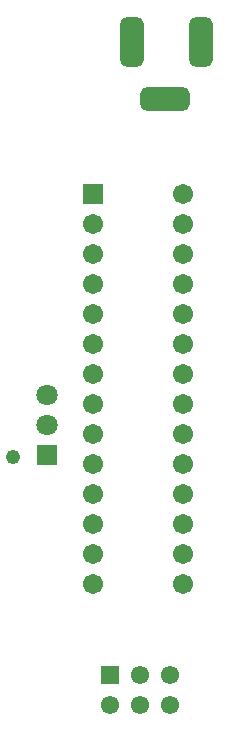
<source format=gbs>
G04*
G04 #@! TF.GenerationSoftware,Altium Limited,Altium Designer,25.4.2 (15)*
G04*
G04 Layer_Color=16711935*
%FSLAX44Y44*%
%MOMM*%
G71*
G04*
G04 #@! TF.SameCoordinates,A96A63F0-213E-4ED1-A765-ED1990C429BC*
G04*
G04*
G04 #@! TF.FilePolarity,Negative*
G04*
G01*
G75*
%ADD27C,1.5500*%
%ADD28R,1.5500X1.5500*%
G04:AMPARAMS|DCode=29|XSize=4.2032mm|YSize=2.0032mm|CornerRadius=0.5516mm|HoleSize=0mm|Usage=FLASHONLY|Rotation=180.000|XOffset=0mm|YOffset=0mm|HoleType=Round|Shape=RoundedRectangle|*
%AMROUNDEDRECTD29*
21,1,4.2032,0.9000,0,0,180.0*
21,1,3.1000,2.0032,0,0,180.0*
1,1,1.1032,-1.5500,0.4500*
1,1,1.1032,1.5500,0.4500*
1,1,1.1032,1.5500,-0.4500*
1,1,1.1032,-1.5500,-0.4500*
%
%ADD29ROUNDEDRECTD29*%
G04:AMPARAMS|DCode=30|XSize=4.2032mm|YSize=2.0032mm|CornerRadius=0.5516mm|HoleSize=0mm|Usage=FLASHONLY|Rotation=90.000|XOffset=0mm|YOffset=0mm|HoleType=Round|Shape=RoundedRectangle|*
%AMROUNDEDRECTD30*
21,1,4.2032,0.9000,0,0,90.0*
21,1,3.1000,2.0032,0,0,90.0*
1,1,1.1032,0.4500,1.5500*
1,1,1.1032,0.4500,-1.5500*
1,1,1.1032,-0.4500,-1.5500*
1,1,1.1032,-0.4500,1.5500*
%
%ADD30ROUNDEDRECTD30*%
%ADD31C,1.8032*%
%ADD32R,1.8032X1.8032*%
%ADD33C,1.7032*%
%ADD34R,1.7032X1.7032*%
%ADD35C,1.2192*%
D27*
X1060450Y316230D02*
D03*
X1035050D02*
D03*
X1009650D02*
D03*
X1060450Y341630D02*
D03*
X1035050D02*
D03*
D28*
X1009650D02*
D03*
D29*
X1056700Y829570D02*
D03*
D30*
X1028700Y877570D02*
D03*
X1086700D02*
D03*
D31*
X956310Y579120D02*
D03*
Y553720D02*
D03*
D32*
Y528320D02*
D03*
D33*
X1071880Y419100D02*
D03*
Y444500D02*
D03*
Y469900D02*
D03*
Y495300D02*
D03*
Y520700D02*
D03*
Y546100D02*
D03*
Y571500D02*
D03*
Y596900D02*
D03*
Y622300D02*
D03*
Y647700D02*
D03*
Y673100D02*
D03*
Y698500D02*
D03*
Y723900D02*
D03*
Y749300D02*
D03*
X995680Y419100D02*
D03*
Y444500D02*
D03*
Y469900D02*
D03*
Y495300D02*
D03*
Y520700D02*
D03*
Y546100D02*
D03*
Y571500D02*
D03*
Y596900D02*
D03*
Y622300D02*
D03*
Y647700D02*
D03*
Y673100D02*
D03*
Y698500D02*
D03*
Y723900D02*
D03*
D34*
Y749300D02*
D03*
D35*
X927354Y526542D02*
D03*
M02*

</source>
